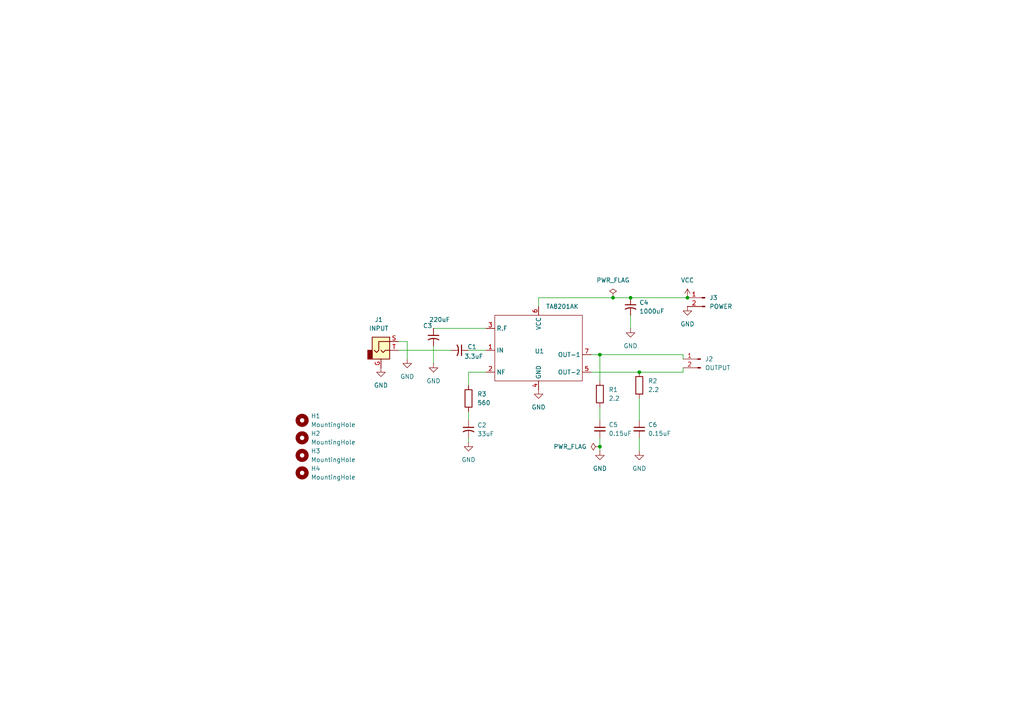
<source format=kicad_sch>
(kicad_sch (version 20250114) (generator "eeschema") (generator_version "9.0")
  (paper "A4")
  (lib_symbols
    (symbol "@MyLibrary:TA8201AK"
      (symbol "TA8201AK_0_1"
        (rectangle (start -12.7 10.16) (end 12.7 -8.89))
      )
      (symbol "TA8201AK_1_1"
        (pin input line (at -15.24 6.35 0) (length 2.54) (name "R.F") (number "3"))
        (pin input line (at -15.24 0 0) (length 2.54) (name "IN") (number "1"))
        (pin input line (at -15.24 -6.35 0) (length 2.54) (name "NF") (number "2"))
        (pin input line (at 0 12.7 270) (length 2.54) (name "VCC") (number "6"))
        (pin input line (at 0 -11.43 90) (length 2.54) (name "GND") (number "4"))
        (pin input line (at 15.24 -1.27 180) (length 2.54) (name "OUT-1") (number "7"))
        (pin input line (at 15.24 -6.35 180) (length 2.54) (name "OUT-2") (number "5"))
      )
    )
    (symbol "Connector:Conn_01x02_Pin" (pin_names (offset 1.016) (hide yes))
      (property "Reference" "J" (at 0 2.54 0))
      (property "Value" "Conn_01x02_Pin" (at 0 -5.08 0))
      (symbol "Conn_01x02_Pin_1_1"
        (rectangle (start 0.8636 0.127) (end 0 -0.127) (stroke (width 0.1524)) (fill (type outline)))
        (rectangle (start 0.8636 -2.413) (end 0 -2.667) (stroke (width 0.1524)) (fill (type outline)))
        (polyline (pts (xy 1.27 0) (xy 0.8636 0)) (stroke (width 0.1524)))
        (polyline (pts (xy 1.27 -2.54) (xy 0.8636 -2.54)) (stroke (width 0.1524)))
        (pin passive line (at 5.08 0 180) (length 3.81) (name "Pin_1") (number "1"))
        (pin passive line (at 5.08 -2.54 180) (length 3.81) (name "Pin_2") (number "2"))
      )
    )
    (symbol "Connector_Audio:AudioJack2_Ground"
      (property "Reference" "J" (at 0 8.89 0))
      (property "Value" "AudioJack2_Ground" (at 0 6.35 0))
      (symbol "AudioJack2_Ground_0_1"
        (rectangle (start -2.54 -2.54) (end -3.81 0) (stroke (width 0.254)) (fill (type outline)))
        (polyline (pts (xy 0 0) (xy 0.635 -0.635) (xy 1.27 0) (xy 2.54 0)) (stroke (width 0.254)))
        (rectangle (start 2.54 3.81) (end -2.54 -2.54) (stroke (width 0.254)) (fill (type background)))
        (polyline (pts (xy 2.54 2.54) (xy -0.635 2.54) (xy -0.635 0) (xy -1.27 -0.635) (xy -1.905 0)) (stroke (width 0.254)))
      )
      (symbol "AudioJack2_Ground_1_1"
        (pin passive line (at 0 -5.08 90) (length 2.54) (name "~") (number "G"))
        (pin passive line (at 5.08 2.54 180) (length 2.54) (name "~") (number "S"))
        (pin passive line (at 5.08 0 180) (length 2.54) (name "~") (number "T"))
      )
    )
    (symbol "Device:C_Small" (pin_numbers (hide yes)) (pin_names (offset 0.254) (hide yes))
      (property "Reference" "C" (at 0.254 1.778 0))
      (property "Value" "C_Small" (at 0.254 -2.032 0))
      (symbol "C_Small_0_1"
        (polyline (pts (xy -1.524 0.508) (xy 1.524 0.508)) (stroke (width 0.3048)))
        (polyline (pts (xy -1.524 -0.508) (xy 1.524 -0.508)) (stroke (width 0.3302)))
      )
      (symbol "C_Small_1_1"
        (pin passive line (at 0 2.54 270) (length 2.032) (name "~") (number "1"))
        (pin passive line (at 0 -2.54 90) (length 2.032) (name "~") (number "2"))
      )
    )
    (symbol "Device:C_Small_US" (pin_numbers (hide yes)) (pin_names (offset 0.254) (hide yes))
      (property "Reference" "C" (at 0.254 1.778 0))
      (property "Value" "C_Small_US" (at 0.254 -2.032 0))
      (symbol "C_Small_US_0_1"
        (polyline (pts (xy -1.524 0.508) (xy 1.524 0.508)) (stroke (width 0.3048)))
        (arc (start -1.524 -0.762) (mid 0 -0.3734) (end 1.524 -0.762) (stroke (width 0.3048)))
      )
      (symbol "C_Small_US_1_1"
        (pin passive line (at 0 2.54 270) (length 2.032) (name "~") (number "1"))
        (pin passive line (at 0 -2.54 90) (length 2.032) (name "~") (number "2"))
      )
    )
    (symbol "Device:R" (pin_numbers (hide yes)) (pin_names (offset 0))
      (property "Reference" "R" (at 2.032 0 90))
      (property "Value" "R" (at 0 0 90))
      (symbol "R_0_1"
        (rectangle (start -1.016 -2.54) (end 1.016 2.54) (stroke (width 0.254)))
      )
      (symbol "R_1_1"
        (pin passive line (at 0 3.81 270) (length 1.27) (name "~") (number "1"))
        (pin passive line (at 0 -3.81 90) (length 1.27) (name "~") (number "2"))
      )
    )
    (symbol "Mechanical:MountingHole" (pin_names (offset 1.016)) (in_bom no)
      (property "Reference" "H" (at 0 5.08 0))
      (property "Value" "MountingHole" (at 0 3.175 0))
      (symbol "MountingHole_0_1"
        (circle (center 0 0) (radius 1.27) (stroke (width 1.27)))
      )
    )
    (symbol "power:GND" (power) (pin_numbers (hide yes)) (pin_names (offset 0) (hide yes))
      (property "Value" "GND" (at 0 -3.81 0))
      (symbol "GND_0_1"
        (polyline (pts (xy 0 0) (xy 0 -1.27) (xy 1.27 -1.27) (xy 0 -2.54) (xy -1.27 -1.27) (xy 0 -1.27)))
      )
      (symbol "GND_1_1"
        (pin power_in line (at 0 0 270) (length 0) (name "~") (number "1"))
      )
    )
    (symbol "power:PWR_FLAG" (power) (pin_numbers (hide yes)) (pin_names (offset 0) (hide yes))
      (property "Value" "PWR_FLAG" (at 0 3.81 0))
      (symbol "PWR_FLAG_0_0"
        (pin power_out line (at 0 0 90) (length 0) (name "~") (number "1"))
      )
      (symbol "PWR_FLAG_0_1"
        (polyline (pts (xy 0 0) (xy 0 1.27) (xy -1.016 1.905) (xy 0 2.54) (xy 1.016 1.905) (xy 0 1.27)))
      )
    )
    (symbol "power:VCC" (power) (pin_numbers (hide yes)) (pin_names (offset 0) (hide yes))
      (property "Value" "VCC" (at 0 3.556 0))
      (symbol "VCC_0_1"
        (polyline (pts (xy -0.762 1.27) (xy 0 2.54)))
        (polyline (pts (xy 0 2.54) (xy 0.762 1.27)))
        (polyline (pts (xy 0 0) (xy 0 2.54)))
      )
      (symbol "VCC_1_1"
        (pin power_in line (at 0 0 90) (length 0) (name "~") (number "1"))
      )
    )
  )
  (junction (at 185.42 107.95))
  (junction (at 173.99 129.54))
  (junction (at 182.88 86.36))
  (junction (at 199.39 86.36))
  (junction (at 173.99 102.87))
  (junction (at 177.8 86.36))
  (wire (pts (xy 125.73 100.33) (xy 125.73 105.41)))
  (wire (pts (xy 171.45 107.95) (xy 185.42 107.95)))
  (wire (pts (xy 182.88 86.36) (xy 199.39 86.36)))
  (wire (pts (xy 135.89 101.6) (xy 140.97 101.6)))
  (wire (pts (xy 118.11 99.06) (xy 118.11 104.14)))
  (wire (pts (xy 115.57 101.6) (xy 130.81 101.6)))
  (wire (pts (xy 173.99 127) (xy 173.99 129.54)))
  (wire (pts (xy 173.99 129.54) (xy 173.99 130.81)))
  (wire (pts (xy 135.89 119.38) (xy 135.89 121.92)))
  (wire (pts (xy 135.89 127) (xy 135.89 128.27)))
  (wire (pts (xy 177.8 86.36) (xy 182.88 86.36)))
  (wire (pts (xy 173.99 102.87) (xy 198.12 102.87)))
  (wire (pts (xy 173.99 102.87) (xy 173.99 110.49)))
  (wire (pts (xy 115.57 99.06) (xy 118.11 99.06)))
  (wire (pts (xy 156.21 86.36) (xy 177.8 86.36)))
  (wire (pts (xy 182.88 91.44) (xy 182.88 95.25)))
  (wire (pts (xy 135.89 107.95) (xy 135.89 111.76)))
  (wire (pts (xy 198.12 106.68) (xy 198.12 107.95)))
  (wire (pts (xy 185.42 115.57) (xy 185.42 121.92)))
  (wire (pts (xy 171.45 102.87) (xy 173.99 102.87)))
  (wire (pts (xy 125.73 95.25) (xy 140.97 95.25)))
  (wire (pts (xy 185.42 107.95) (xy 198.12 107.95)))
  (wire (pts (xy 135.89 107.95) (xy 140.97 107.95)))
  (wire (pts (xy 198.12 102.87) (xy 198.12 104.14)))
  (wire (pts (xy 173.99 118.11) (xy 173.99 121.92)))
  (wire (pts (xy 185.42 127) (xy 185.42 130.81)))
  (wire (pts (xy 156.21 88.9) (xy 156.21 86.36)))
  (symbol (lib_id "Device:C_Small") (at 185.42 124.46 0) (unit 1)
    (property "Reference" "C6" (at 187.96 123.1962 0) (effects (justify left)))
    (property "Value" "0.15uF" (at 187.96 125.7362 0) (effects (justify left)))
    (property "Footprint" "Capacitor_THT:C_Rect_L13.0mm_W6.0mm_P10.00mm_FKS3_FKP3_MKS4" (effects (hide yes)))
    (property "Description" "Unpolarized capacitor, small symbol" (effects (hide yes)))
  )
  (symbol (lib_id "power:GND") (at 185.42 130.81 0) (unit 1)
    (property "Reference" "#PWR04" (effects (hide yes)))
    (property "Value" "GND" (at 185.42 135.89 0))
    (property "Description" "Power symbol creates a global label with name \"GND\" , ground" (effects (hide yes)))
  )
  (symbol (lib_id "Device:C_Small_US") (at 182.88 88.9 0) (unit 1)
    (property "Reference" "C4" (at 185.42 87.7569 0) (effects (justify left)))
    (property "Value" "1000uF" (at 185.42 90.2969 0) (effects (justify left)))
    (property "Footprint" "Capacitor_THT:CP_Radial_D13.0mm_P7.50mm" (effects (hide yes)))
    (property "Description" "capacitor, small US symbol" (effects (hide yes)))
  )
  (symbol (lib_id "power:GND") (at 182.88 95.25 0) (unit 1)
    (property "Reference" "#PWR05" (effects (hide yes)))
    (property "Value" "GND" (at 182.88 100.33 0))
    (property "Description" "Power symbol creates a global label with name \"GND\" , ground" (effects (hide yes)))
  )
  (symbol (lib_id "power:GND") (at 173.99 130.81 0) (unit 1)
    (property "Reference" "#PWR03" (effects (hide yes)))
    (property "Value" "GND" (at 173.99 135.89 0))
    (property "Description" "Power symbol creates a global label with name \"GND\" , ground" (effects (hide yes)))
  )
  (symbol (lib_id "Mechanical:MountingHole") (at 87.63 132.08 0) (unit 1) (in_bom no)
    (property "Reference" "H3" (at 90.17 130.8099 0) (effects (justify left)))
    (property "Value" "MountingHole" (at 90.17 133.3499 0) (effects (justify left)))
    (property "Footprint" "MountingHole:MountingHole_3.2mm_M3" (effects (hide yes)))
    (property "Description" "Mounting Hole without connection" (effects (hide yes)))
  )
  (symbol (lib_id "Connector_Audio:AudioJack2_Ground") (at 110.49 101.6 0) (unit 1)
    (property "Reference" "J1" (at 109.855 92.71 0))
    (property "Value" "INPUT" (at 109.855 95.25 0))
    (property "Footprint" "Connector_JST:JST_XH_B2B-XH-A_1x02_P2.50mm_Vertical" (effects (hide yes)))
    (property "Description" "Audio Jack, 2 Poles (Mono / TS), Grounded Sleeve" (effects (hide yes)))
  )
  (symbol (lib_id "Device:R") (at 185.42 111.76 0) (unit 1)
    (property "Reference" "R2" (at 187.96 110.4899 0) (effects (justify left)))
    (property "Value" "2.2" (at 187.96 113.0299 0) (effects (justify left)))
    (property "Footprint" "Resistor_THT:R_Axial_DIN0516_L15.5mm_D5.0mm_P7.62mm_Vertical" (effects (hide yes)))
    (property "Description" "Resistor" (effects (hide yes)))
  )
  (symbol (lib_id "Mechanical:MountingHole") (at 87.63 137.16 0) (unit 1) (in_bom no)
    (property "Reference" "H4" (at 90.17 135.8899 0) (effects (justify left)))
    (property "Value" "MountingHole" (at 90.17 138.4299 0) (effects (justify left)))
    (property "Footprint" "MountingHole:MountingHole_3.2mm_M3" (effects (hide yes)))
    (property "Description" "Mounting Hole without connection" (effects (hide yes)))
  )
  (symbol (lib_id "Device:C_Small_US") (at 125.73 97.79 0) (unit 1)
    (property "Reference" "C3" (at 122.682 94.488 0) (effects (justify left)))
    (property "Value" "220uF" (at 124.46 92.71 0) (effects (justify left)))
    (property "Footprint" "Capacitor_THT:CP_Radial_D8.0mm_P2.50mm" (effects (hide yes)))
    (property "Description" "capacitor, small US symbol" (effects (hide yes)))
  )
  (symbol (lib_id "Device:R") (at 135.89 115.57 0) (unit 1)
    (property "Reference" "R3" (at 138.43 114.2999 0) (effects (justify left)))
    (property "Value" "560" (at 138.43 116.8399 0) (effects (justify left)))
    (property "Footprint" "Resistor_THT:R_Axial_DIN0516_L15.5mm_D5.0mm_P7.62mm_Vertical" (effects (hide yes)))
    (property "Description" "Resistor" (effects (hide yes)))
  )
  (symbol (lib_id "power:GND") (at 125.73 105.41 0) (unit 1)
    (property "Reference" "#PWR02" (effects (hide yes)))
    (property "Value" "GND" (at 125.73 110.49 0))
    (property "Description" "Power symbol creates a global label with name \"GND\" , ground" (effects (hide yes)))
  )
  (symbol (lib_id "Connector:Conn_01x02_Pin") (at 203.2 104.14 0) (mirror y) (unit 1)
    (property "Reference" "J2" (at 204.47 104.1399 0) (effects (justify right)))
    (property "Value" "OUTPUT" (at 204.47 106.6799 0) (effects (justify right)))
    (property "Footprint" "Connector_JST:JST_XH_B2B-XH-A_1x02_P2.50mm_Vertical" (effects (hide yes)))
    (property "Description" "Generic connector, single row, 01x02, script generated" (effects (hide yes)))
  )
  (symbol (lib_id "Device:R") (at 173.99 114.3 0) (unit 1)
    (property "Reference" "R1" (at 176.53 113.0299 0) (effects (justify left)))
    (property "Value" "2.2" (at 176.53 115.5699 0) (effects (justify left)))
    (property "Footprint" "Resistor_THT:R_Axial_DIN0516_L15.5mm_D5.0mm_P7.62mm_Vertical" (effects (hide yes)))
    (property "Description" "Resistor" (effects (hide yes)))
  )
  (symbol (lib_id "Device:C_Small_US") (at 135.89 124.46 0) (unit 1)
    (property "Reference" "C2" (at 138.43 123.3169 0) (effects (justify left)))
    (property "Value" "33uF" (at 138.43 125.8569 0) (effects (justify left)))
    (property "Footprint" "Capacitor_THT:CP_Radial_D5.0mm_P2.50mm" (effects (hide yes)))
    (property "Description" "capacitor, small US symbol" (effects (hide yes)))
  )
  (symbol (lib_id "power:GND") (at 156.21 113.03 0) (unit 1)
    (property "Reference" "#PWR09" (effects (hide yes)))
    (property "Value" "GND" (at 156.21 118.11 0))
    (property "Description" "Power symbol creates a global label with name \"GND\" , ground" (effects (hide yes)))
  )
  (symbol (lib_id "Device:C_Small_US") (at 133.35 101.6 270) (unit 1)
    (property "Reference" "C1" (at 136.906 100.584 90))
    (property "Value" "3.3uF" (at 137.414 103.378 90))
    (property "Footprint" "Capacitor_THT:CP_Radial_D5.0mm_P2.50mm" (effects (hide yes)))
    (property "Description" "capacitor, small US symbol" (effects (hide yes)))
  )
  (symbol (lib_id "Mechanical:MountingHole") (at 87.63 127 0) (unit 1) (in_bom no)
    (property "Reference" "H2" (at 90.17 125.7299 0) (effects (justify left)))
    (property "Value" "MountingHole" (at 90.17 128.2699 0) (effects (justify left)))
    (property "Footprint" "MountingHole:MountingHole_3.2mm_M3" (effects (hide yes)))
    (property "Description" "Mounting Hole without connection" (effects (hide yes)))
  )
  (symbol (lib_id "power:GND") (at 110.49 106.68 0) (unit 1)
    (property "Reference" "#PWR07" (effects (hide yes)))
    (property "Value" "GND" (at 110.49 111.76 0))
    (property "Description" "Power symbol creates a global label with name \"GND\" , ground" (effects (hide yes)))
  )
  (symbol (lib_id "power:VCC") (at 199.39 86.36 0) (unit 1)
    (property "Reference" "#PWR06" (effects (hide yes)))
    (property "Value" "VCC" (at 199.39 81.28 0))
    (property "Description" "Power symbol creates a global label with name \"VCC\"" (effects (hide yes)))
  )
  (symbol (lib_id "power:GND") (at 135.89 128.27 0) (unit 1)
    (property "Reference" "#PWR01" (effects (hide yes)))
    (property "Value" "GND" (at 135.89 133.35 0))
    (property "Description" "Power symbol creates a global label with name \"GND\" , ground" (effects (hide yes)))
  )
  (symbol (lib_id "power:GND") (at 199.39 88.9 0) (unit 1)
    (property "Reference" "#PWR010" (effects (hide yes)))
    (property "Value" "GND" (at 199.39 93.98 0))
    (property "Description" "Power symbol creates a global label with name \"GND\" , ground" (effects (hide yes)))
  )
  (symbol (lib_id "Device:C_Small") (at 173.99 124.46 0) (unit 1)
    (property "Reference" "C5" (at 176.53 123.1962 0) (effects (justify left)))
    (property "Value" "0.15uF" (at 176.53 125.7362 0) (effects (justify left)))
    (property "Footprint" "Capacitor_THT:C_Rect_L13.0mm_W6.0mm_P10.00mm_FKS3_FKP3_MKS4" (effects (hide yes)))
    (property "Description" "Unpolarized capacitor, small symbol" (effects (hide yes)))
  )
  (symbol (lib_id "power:PWR_FLAG") (at 177.8 86.36 0) (unit 1)
    (property "Reference" "#FLG01" (effects (hide yes)))
    (property "Value" "PWR_FLAG" (at 177.8 81.28 0))
    (property "Description" "Special symbol for telling ERC where power comes from" (effects (hide yes)))
  )
  (symbol (lib_id "@MyLibrary:TA8201AK") (at 156.21 101.6 0) (unit 1)
    (property "Reference" "U1" (at 156.464 101.854 0))
    (property "Value" "TA8201AK" (at 158.3533 88.9 0) (effects (justify left)))
    (property "Footprint" "@MyLibrary:TA8201AK" (effects (hide yes)))
  )
  (symbol (lib_id "Connector:Conn_01x02_Pin") (at 204.47 86.36 0) (mirror y) (unit 1)
    (property "Reference" "J3" (at 205.74 86.3599 0) (effects (justify right)))
    (property "Value" "POWER" (at 205.74 88.8999 0) (effects (justify right)))
    (property "Footprint" "Connector_JST:JST_XH_B2B-XH-A_1x02_P2.50mm_Vertical" (effects (hide yes)))
    (property "Description" "Generic connector, single row, 01x02, script generated" (effects (hide yes)))
  )
  (symbol (lib_id "power:PWR_FLAG") (at 173.99 129.54 90) (unit 1)
    (property "Reference" "#FLG02" (effects (hide yes)))
    (property "Value" "PWR_FLAG" (at 170.18 129.5399 90) (effects (justify left)))
    (property "Description" "Special symbol for telling ERC where power comes from" (effects (hide yes)))
  )
  (symbol (lib_id "power:GND") (at 118.11 104.14 0) (unit 1)
    (property "Reference" "#PWR08" (effects (hide yes)))
    (property "Value" "GND" (at 118.11 109.22 0))
    (property "Description" "Power symbol creates a global label with name \"GND\" , ground" (effects (hide yes)))
  )
  (symbol (lib_id "Mechanical:MountingHole") (at 87.63 121.92 0) (unit 1) (in_bom no)
    (property "Reference" "H1" (at 90.17 120.6499 0) (effects (justify left)))
    (property "Value" "MountingHole" (at 90.17 123.1899 0) (effects (justify left)))
    (property "Footprint" "MountingHole:MountingHole_3.2mm_M3" (effects (hide yes)))
    (property "Description" "Mounting Hole without connection" (effects (hide yes)))
  )
)
</source>
